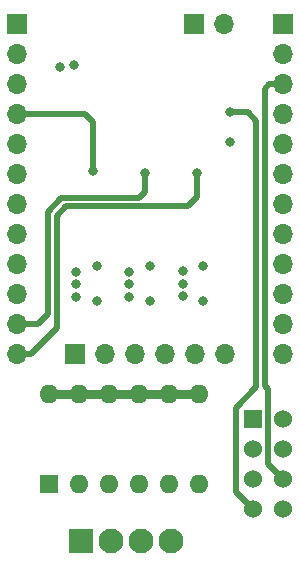
<source format=gbr>
G04 #@! TF.GenerationSoftware,KiCad,Pcbnew,(5.1.5)-3*
G04 #@! TF.CreationDate,2020-07-22T22:43:47-05:00*
G04 #@! TF.ProjectId,LightDriverShieldVer2,4c696768-7444-4726-9976-657253686965,rev?*
G04 #@! TF.SameCoordinates,Original*
G04 #@! TF.FileFunction,Copper,L2,Inr*
G04 #@! TF.FilePolarity,Positive*
%FSLAX46Y46*%
G04 Gerber Fmt 4.6, Leading zero omitted, Abs format (unit mm)*
G04 Created by KiCad (PCBNEW (5.1.5)-3) date 2020-07-22 22:43:47*
%MOMM*%
%LPD*%
G04 APERTURE LIST*
%ADD10O,1.700000X1.700000*%
%ADD11R,1.700000X1.700000*%
%ADD12C,1.524000*%
%ADD13R,1.524000X1.524000*%
%ADD14O,1.600000X1.600000*%
%ADD15R,1.600000X1.600000*%
%ADD16C,2.100000*%
%ADD17R,2.100000X2.100000*%
%ADD18C,0.800000*%
%ADD19C,0.750000*%
%ADD20C,0.500000*%
G04 APERTURE END LIST*
D10*
X117500000Y-92000000D03*
D11*
X114960000Y-92000000D03*
D12*
X122540000Y-133120000D03*
X120000000Y-133120000D03*
X122540000Y-130580000D03*
X120000000Y-130580000D03*
X122540000Y-128040000D03*
X120000000Y-128040000D03*
X122540000Y-125500000D03*
D13*
X120000000Y-125500000D03*
D14*
X102700000Y-123380000D03*
X115400000Y-131000000D03*
X105240000Y-123380000D03*
X112860000Y-131000000D03*
X107780000Y-123380000D03*
X110320000Y-131000000D03*
X110320000Y-123380000D03*
X107780000Y-131000000D03*
X112860000Y-123380000D03*
X105240000Y-131000000D03*
X115400000Y-123380000D03*
D15*
X102700000Y-131000000D03*
D16*
X112990000Y-135800000D03*
X110450000Y-135800000D03*
X107910000Y-135800000D03*
D17*
X105370000Y-135800000D03*
D10*
X117620000Y-120000000D03*
X115080000Y-120000000D03*
X112540000Y-120000000D03*
X110000000Y-120000000D03*
X107460000Y-120000000D03*
D11*
X104920000Y-120000000D03*
D10*
X122500000Y-120000000D03*
X122500000Y-117460000D03*
X122500000Y-114920000D03*
X122500000Y-112380000D03*
X122500000Y-109840000D03*
X122500000Y-107300000D03*
X122500000Y-104760000D03*
X122500000Y-102220000D03*
X122500000Y-99680000D03*
X122500000Y-97140000D03*
X122500000Y-94600000D03*
D11*
X122500000Y-92060000D03*
D10*
X100000000Y-119940000D03*
X100000000Y-117400000D03*
X100000000Y-114860000D03*
X100000000Y-112320000D03*
X100000000Y-109780000D03*
X100000000Y-107240000D03*
X100000000Y-104700000D03*
X100000000Y-102160000D03*
X100000000Y-99620000D03*
X100000000Y-97080000D03*
X100000000Y-94540000D03*
D11*
X100000000Y-92000000D03*
D18*
X111250000Y-112500000D03*
X111250000Y-115500000D03*
X106750000Y-112500000D03*
X106750000Y-115500000D03*
X115750000Y-115500000D03*
X115750000Y-112500000D03*
X103650000Y-95700000D03*
X118000000Y-99500000D03*
X118000002Y-102000000D03*
X110850000Y-104615000D03*
X115250000Y-104615000D03*
X106450000Y-104450000D03*
X114000000Y-115050000D03*
X114000000Y-112900000D03*
X114000000Y-114000000D03*
X109500000Y-113000000D03*
X109500000Y-115100000D03*
X109500000Y-114050000D03*
X105000000Y-115100000D03*
X105000000Y-113000000D03*
X105000000Y-114050000D03*
X104849996Y-95500000D03*
D19*
X102700000Y-123380000D02*
X105240000Y-123380000D01*
X105240000Y-123380000D02*
X107780000Y-123380000D01*
X107780000Y-123380000D02*
X110320000Y-123380000D01*
X110320000Y-123380000D02*
X112860000Y-123380000D01*
X112860000Y-123380000D02*
X115400000Y-123380000D01*
D20*
X119500000Y-99500000D02*
X118000000Y-99500000D01*
X120250000Y-100250000D02*
X119500000Y-99500000D01*
X120250000Y-122750000D02*
X120250000Y-100250000D01*
X118500000Y-124500000D02*
X120250000Y-122750000D01*
X120000000Y-133120000D02*
X118500000Y-131620000D01*
X118500000Y-131620000D02*
X118500000Y-124500000D01*
X121297919Y-97140000D02*
X122500000Y-97140000D01*
X120950010Y-97487909D02*
X121297919Y-97140000D01*
X120950010Y-122700010D02*
X120950010Y-97487909D01*
X121212001Y-122962001D02*
X120950010Y-122700010D01*
X122540000Y-130580000D02*
X121212001Y-129252001D01*
X121212001Y-129252001D02*
X121212001Y-122962001D01*
X110850000Y-104450000D02*
X110850000Y-104615000D01*
X110350000Y-106750000D02*
X110850000Y-106250000D01*
X101750000Y-117400000D02*
X102600000Y-116550000D01*
X110850000Y-106250000D02*
X110850000Y-104450000D01*
X100000000Y-117400000D02*
X101750000Y-117400000D01*
X102600000Y-107900000D02*
X103750000Y-106750000D01*
X102600000Y-116550000D02*
X102600000Y-107900000D01*
X103750000Y-106750000D02*
X110350000Y-106750000D01*
X101202081Y-119940000D02*
X103350000Y-117792081D01*
X100000000Y-119940000D02*
X101202081Y-119940000D01*
X103350000Y-117792081D02*
X103350000Y-108250000D01*
X104149990Y-107450010D02*
X114499990Y-107450010D01*
X103350000Y-108250000D02*
X104149990Y-107450010D01*
X114499990Y-107450010D02*
X115250000Y-106700000D01*
X115250000Y-106700000D02*
X115250000Y-104615000D01*
X106450000Y-100350000D02*
X106450000Y-104450000D01*
X100000000Y-99620000D02*
X105720000Y-99620000D01*
X105720000Y-99620000D02*
X106450000Y-100350000D01*
M02*

</source>
